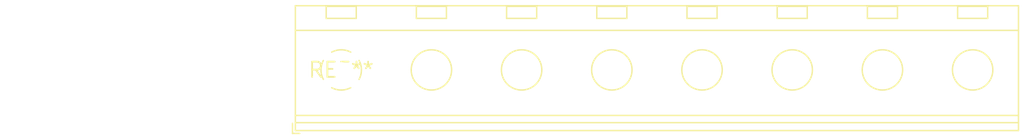
<source format=kicad_pcb>
(kicad_pcb (version 20240108) (generator pcbnew)
  (layers (0 "F.Cu" signal) (31 "B.Cu" signal) (34 "B.Paste" user) (35 "F.Paste" user) (36 "B.SilkS" user "B.Silkscreen") (37 "F.SilkS" user "F.Silkscreen") (38 "B.Mask" user) (39 "F.Mask" user) (44 "Edge.Cuts" user))
  (net 0 "")
  (footprint "TerminalBlock_RND_205-00073_1x08_P7.50mm_Horizontal" (layer "F.Cu") (at 0 0)
    (property "Reference" "REF**")
    (property "Value" "TerminalBlock_RND_205-00073_1x08_P7.50mm_Horizontal")
    (fp_line (start -4.05 4.46) (end -4.05 5.3) (layer "F.SilkS") (stroke (width 0.12)))
    (fp_line (start -4.05 5.3) (end -3.45 5.3) (layer "F.SilkS") (stroke (width 0.12)))
    (fp_line (start -3.81 -5.36) (end -3.81 5.06) (layer "F.SilkS") (stroke (width 0.12)))
    (fp_line (start -3.81 -5.36) (end 56.31 -5.36) (layer "F.SilkS") (stroke (width 0.12)))
    (fp_line (start -3.81 -3.301) (end 56.31 -3.301) (layer "F.SilkS") (stroke (width 0.12)))
    (fp_line (start -3.81 3.8) (end 56.31 3.8) (layer "F.SilkS") (stroke (width 0.12)))
    (fp_line (start -3.81 4.4) (end 56.31 4.4) (layer "F.SilkS") (stroke (width 0.12)))
    (fp_line (start -3.81 5.06) (end 56.31 5.06) (layer "F.SilkS") (stroke (width 0.12)))
    (fp_line (start -1.25 -5.301) (end -1.25 -4.301) (layer "F.SilkS") (stroke (width 0.12)))
    (fp_line (start -1.25 -5.301) (end 1.25 -5.301) (layer "F.SilkS") (stroke (width 0.12)))
    (fp_line (start -1.25 -4.301) (end 1.25 -4.301) (layer "F.SilkS") (stroke (width 0.12)))
    (fp_line (start 1.25 -5.301) (end 1.25 -4.301) (layer "F.SilkS") (stroke (width 0.12)))
    (fp_line (start 6.25 -5.301) (end 6.25 -4.301) (layer "F.SilkS") (stroke (width 0.12)))
    (fp_line (start 6.25 -5.301) (end 8.75 -5.301) (layer "F.SilkS") (stroke (width 0.12)))
    (fp_line (start 6.25 -4.301) (end 8.75 -4.301) (layer "F.SilkS") (stroke (width 0.12)))
    (fp_line (start 8.75 -5.301) (end 8.75 -4.301) (layer "F.SilkS") (stroke (width 0.12)))
    (fp_line (start 13.75 -5.301) (end 13.75 -4.301) (layer "F.SilkS") (stroke (width 0.12)))
    (fp_line (start 13.75 -5.301) (end 16.25 -5.301) (layer "F.SilkS") (stroke (width 0.12)))
    (fp_line (start 13.75 -4.301) (end 16.25 -4.301) (layer "F.SilkS") (stroke (width 0.12)))
    (fp_line (start 16.25 -5.301) (end 16.25 -4.301) (layer "F.SilkS") (stroke (width 0.12)))
    (fp_line (start 21.25 -5.301) (end 21.25 -4.301) (layer "F.SilkS") (stroke (width 0.12)))
    (fp_line (start 21.25 -5.301) (end 23.75 -5.301) (layer "F.SilkS") (stroke (width 0.12)))
    (fp_line (start 21.25 -4.301) (end 23.75 -4.301) (layer "F.SilkS") (stroke (width 0.12)))
    (fp_line (start 23.75 -5.301) (end 23.75 -4.301) (layer "F.SilkS") (stroke (width 0.12)))
    (fp_line (start 28.75 -5.301) (end 28.75 -4.301) (layer "F.SilkS") (stroke (width 0.12)))
    (fp_line (start 28.75 -5.301) (end 31.25 -5.301) (layer "F.SilkS") (stroke (width 0.12)))
    (fp_line (start 28.75 -4.301) (end 31.25 -4.301) (layer "F.SilkS") (stroke (width 0.12)))
    (fp_line (start 31.25 -5.301) (end 31.25 -4.301) (layer "F.SilkS") (stroke (width 0.12)))
    (fp_line (start 36.25 -5.301) (end 36.25 -4.301) (layer "F.SilkS") (stroke (width 0.12)))
    (fp_line (start 36.25 -5.301) (end 38.75 -5.301) (layer "F.SilkS") (stroke (width 0.12)))
    (fp_line (start 36.25 -4.301) (end 38.75 -4.301) (layer "F.SilkS") (stroke (width 0.12)))
    (fp_line (start 38.75 -5.301) (end 38.75 -4.301) (layer "F.SilkS") (stroke (width 0.12)))
    (fp_line (start 43.75 -5.301) (end 43.75 -4.301) (layer "F.SilkS") (stroke (width 0.12)))
    (fp_line (start 43.75 -5.301) (end 46.25 -5.301) (layer "F.SilkS") (stroke (width 0.12)))
    (fp_line (start 43.75 -4.301) (end 46.25 -4.301) (layer "F.SilkS") (stroke (width 0.12)))
    (fp_line (start 46.25 -5.301) (end 46.25 -4.301) (layer "F.SilkS") (stroke (width 0.12)))
    (fp_line (start 51.25 -5.301) (end 51.25 -4.301) (layer "F.SilkS") (stroke (width 0.12)))
    (fp_line (start 51.25 -5.301) (end 53.75 -5.301) (layer "F.SilkS") (stroke (width 0.12)))
    (fp_line (start 51.25 -4.301) (end 53.75 -4.301) (layer "F.SilkS") (stroke (width 0.12)))
    (fp_line (start 53.75 -5.301) (end 53.75 -4.301) (layer "F.SilkS") (stroke (width 0.12)))
    (fp_line (start 56.31 -5.36) (end 56.31 5.06) (layer "F.SilkS") (stroke (width 0.12)))
    (fp_arc (start -1.483953 0.789089) (mid -1.680708 5e-05) (end -1.484 -0.789) (layer "F.SilkS") (stroke (width 0.12)))
    (fp_arc (start -0.789089 -1.483953) (mid -5e-05 -1.680708) (end 0.789 -1.484) (layer "F.SilkS") (stroke (width 0.12)))
    (fp_arc (start 0.029383 1.68045) (mid -0.392304 1.634281) (end -0.789 1.484) (layer "F.SilkS") (stroke (width 0.12)))
    (fp_arc (start 0.788712 1.483352) (mid 0.406429 1.630097) (end 0 1.68) (layer "F.SilkS") (stroke (width 0.12)))
    (fp_arc (start 1.483953 -0.789089) (mid 1.680708 -5e-05) (end 1.484 0.789) (layer "F.SilkS") (stroke (width 0.12)))
    (fp_circle (center 7.5 0) (end 9.18 0) (layer "F.SilkS") (stroke (width 0.12)) (fill none))
    (fp_circle (center 15 0) (end 16.68 0) (layer "F.SilkS") (stroke (width 0.12)) (fill none))
    (fp_circle (center 22.5 0) (end 24.18 0) (layer "F.SilkS") (stroke (width 0.12)) (fill none))
    (fp_circle (center 30 0) (end 31.68 0) (layer "F.SilkS") (stroke (width 0.12)) (fill none))
    (fp_circle (center 37.5 0) (end 39.18 0) (layer "F.SilkS") (stroke (width 0.12)) (fill none))
    (fp_circle (center 45 0) (end 46.68 0) (layer "F.SilkS") (stroke (width 0.12)) (fill none))
    (fp_circle (center 52.5 0) (end 54.18 0) (layer "F.SilkS") (stroke (width 0.12)) (fill none))
    (pad "1" thru_hole rect (at 0 0) (size 2.5 2.5) (drill 1.3) (layers *.Cu *.Mask) (remove_unused_layers))
    (pad "2" thru_hole circle (at 7.5 0) (size 2.5 2.5) (drill 1.3) (layers *.Cu *.Mask) (remove_unused_layers))
    (pad "3" thru_hole circle (at 15 0) (size 2.5 2.5) (drill 1.3) (layers *.Cu *.Mask) (remove_unused_layers))
    (pad "4" thru_hole circle (at 22.5 0) (size 2.5 2.5) (drill 1.3) (layers *.Cu *.Mask) (remove_unused_layers))
    (pad "5" thru_hole circle (at 30 0) (size 2.5 2.5) (drill 1.3) (layers *.Cu *.Mask) (remove_unused_layers))
    (pad "6" thru_hole circle (at 37.5 0) (size 2.5 2.5) (drill 1.3) (layers *.Cu *.Mask) (remove_unused_layers))
    (pad "7" thru_hole circle (at 45 0) (size 2.5 2.5) (drill 1.3) (layers *.Cu *.Mask) (remove_unused_layers))
    (pad "8" thru_hole circle (at 52.5 0) (size 2.5 2.5) (drill 1.3) (layers *.Cu *.Mask) (remove_unused_layers))
  )
)
</source>
